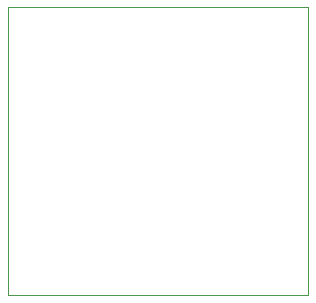
<source format=gm1>
G04 #@! TF.GenerationSoftware,KiCad,Pcbnew,7.0.1*
G04 #@! TF.CreationDate,2023-07-05T13:49:47-05:00*
G04 #@! TF.ProjectId,pn5180 cat5 connector with linear regulator,706e3531-3830-4206-9361-743520636f6e,rev?*
G04 #@! TF.SameCoordinates,Original*
G04 #@! TF.FileFunction,Profile,NP*
%FSLAX46Y46*%
G04 Gerber Fmt 4.6, Leading zero omitted, Abs format (unit mm)*
G04 Created by KiCad (PCBNEW 7.0.1) date 2023-07-05 13:49:47*
%MOMM*%
%LPD*%
G01*
G04 APERTURE LIST*
G04 #@! TA.AperFunction,Profile*
%ADD10C,0.100000*%
G04 #@! TD*
G04 APERTURE END LIST*
D10*
X131318000Y-76708000D02*
X156718000Y-76708000D01*
X156718000Y-101092000D01*
X131318000Y-101092000D01*
X131318000Y-76708000D01*
M02*

</source>
